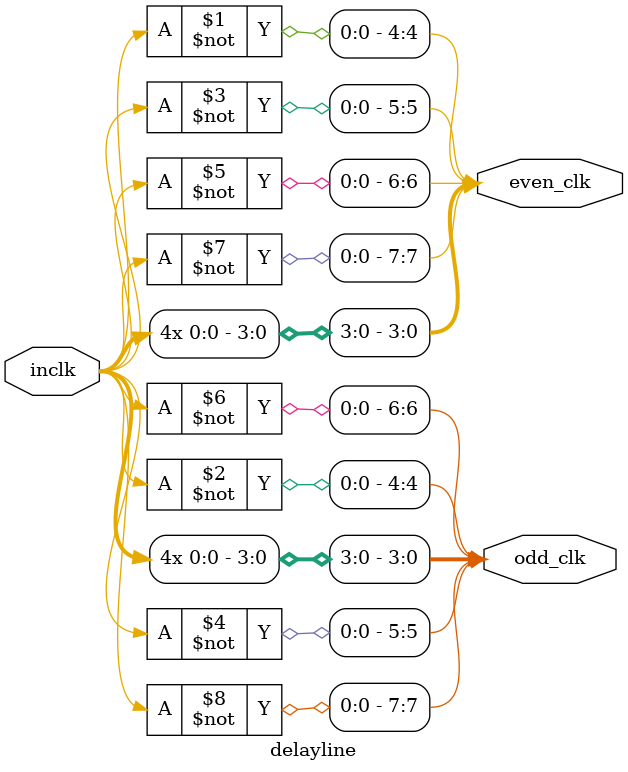
<source format=v>

module delayline(inclk,even_clk,odd_clk);

input inclk;

output [7:0] even_clk;
output [7:0] odd_clk;

`define NumPhases 16
`define DelayLCLK 128

assign #(0*`DelayLCLK/`NumPhases)	even_clk[0] = inclk;
assign #(1*`DelayLCLK/`NumPhases)	odd_clk[0]  = inclk;
assign #(2*`DelayLCLK/`NumPhases)	even_clk[1] = inclk;
assign #(3*`DelayLCLK/`NumPhases)	odd_clk[1]  = inclk;
assign #(4*`DelayLCLK/`NumPhases)	even_clk[2] = inclk;
assign #(5*`DelayLCLK/`NumPhases)	odd_clk[2]  = inclk;
assign #(6*`DelayLCLK/`NumPhases)	even_clk[3] = inclk;
assign #(7*`DelayLCLK/`NumPhases)	odd_clk[3]  = inclk;

assign #(0*`DelayLCLK/`NumPhases)	even_clk[4] = ~inclk;
assign #(1*`DelayLCLK/`NumPhases)	odd_clk[4]  = ~inclk;
assign #(2*`DelayLCLK/`NumPhases)	even_clk[5] = ~inclk;
assign #(3*`DelayLCLK/`NumPhases)	odd_clk[5]  = ~inclk;
assign #(4*`DelayLCLK/`NumPhases)	even_clk[6] = ~inclk;
assign #(5*`DelayLCLK/`NumPhases)	odd_clk[6]  = ~inclk;
assign #(6*`DelayLCLK/`NumPhases)	even_clk[7] = ~inclk;
assign #(7*`DelayLCLK/`NumPhases)	odd_clk[7]  = ~inclk;

endmodule // end delayline module

</source>
